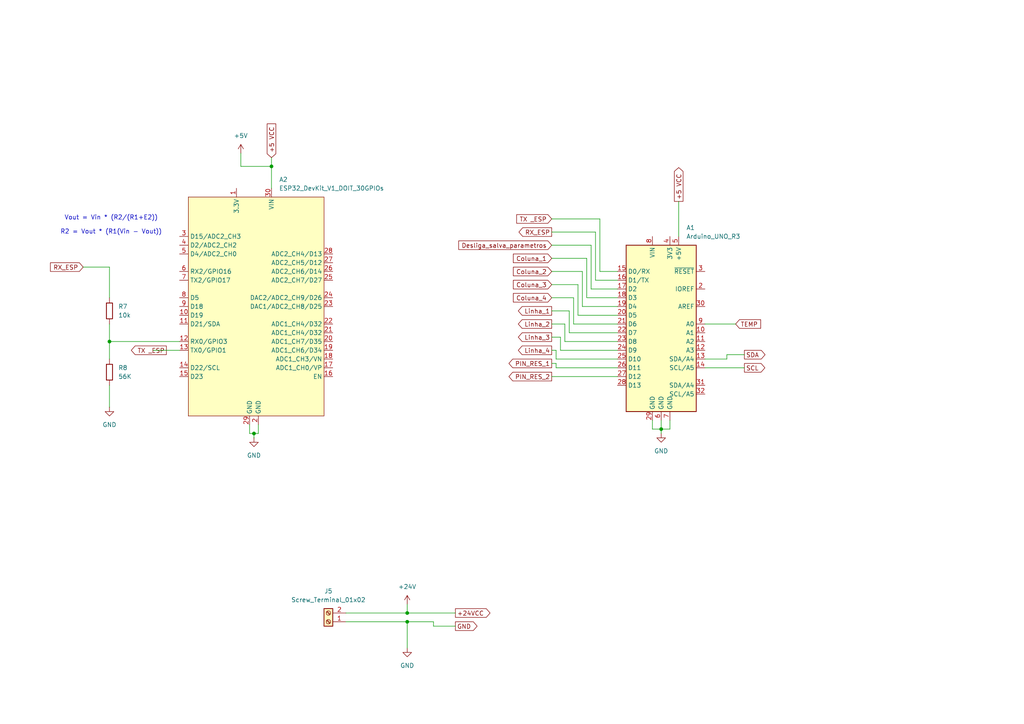
<source format=kicad_sch>
(kicad_sch (version 20231120) (generator "eeschema") (generator_version "8.0")
  (paper "A4")
  (title_block (title "Ligação ao ATMEGA328P") (date "2024-02-25") (rev "1.0") (company "Alex Thomas Valmorbida"))
  (lib_symbols
    (symbol "Connector:Screw_Terminal_01x02" (pin_names (offset 1.016) hide)
      (property "Reference" "J" (at 0 2.54 0))
      (property "Value" "Screw_Terminal_01x02" (at 0 -5.08 0))
      (symbol "Screw_Terminal_01x02_1_1"
        (rectangle (start -1.27 1.27) (end 1.27 -3.81) (stroke (width 0.254)) (fill (type background)))
        (circle (center 0 -2.54) (radius 0.635) (stroke (width 0.1524)))
        (polyline (pts (xy -0.5334 -2.2098) (xy 0.3302 -3.048)) (stroke (width 0.1524)))
        (polyline (pts (xy -0.5334 0.3302) (xy 0.3302 -0.508)) (stroke (width 0.1524)))
        (polyline (pts (xy -0.3556 -2.032) (xy 0.508 -2.8702)) (stroke (width 0.1524)))
        (polyline (pts (xy -0.3556 0.508) (xy 0.508 -0.3302)) (stroke (width 0.1524)))
        (circle (center 0 0) (radius 0.635) (stroke (width 0.1524)))
        (pin passive line (at -5.08 0 0) (length 3.81) (name "Pin_1") (number "1"))
        (pin passive line (at -5.08 -2.54 0) (length 3.81) (name "Pin_2") (number "2"))
      )
    )
    (symbol "MCU_Module:Arduino_UNO_R3"
      (property "Reference" "A" (at -10.16 23.495 0))
      (property "Value" "Arduino_UNO_R3" (at 5.08 -26.67 0))
      (symbol "Arduino_UNO_R3_0_1"
        (rectangle (start -10.16 22.86) (end 10.16 -25.4) (stroke (width 0.254)) (fill (type background)))
      )
      (symbol "Arduino_UNO_R3_1_1"
        (pin no_connect line (at -10.16 -20.32 0) (length 2.54) hide (name "NC") (number "1"))
        (pin bidirectional line (at 12.7 -2.54 180) (length 2.54) (name "A1") (number "10"))
        (pin bidirectional line (at 12.7 -5.08 180) (length 2.54) (name "A2") (number "11"))
        (pin bidirectional line (at 12.7 -7.62 180) (length 2.54) (name "A3") (number "12"))
        (pin bidirectional line (at 12.7 -10.16 180) (length 2.54) (name "SDA/A4") (number "13"))
        (pin bidirectional line (at 12.7 -12.7 180) (length 2.54) (name "SCL/A5") (number "14"))
        (pin bidirectional line (at -12.7 15.24 0) (length 2.54) (name "D0/RX") (number "15"))
        (pin bidirectional line (at -12.7 12.7 0) (length 2.54) (name "D1/TX") (number "16"))
        (pin bidirectional line (at -12.7 10.16 0) (length 2.54) (name "D2") (number "17"))
        (pin bidirectional line (at -12.7 7.62 0) (length 2.54) (name "D3") (number "18"))
        (pin bidirectional line (at -12.7 5.08 0) (length 2.54) (name "D4") (number "19"))
        (pin output line (at 12.7 10.16 180) (length 2.54) (name "IOREF") (number "2"))
        (pin bidirectional line (at -12.7 2.54 0) (length 2.54) (name "D5") (number "20"))
        (pin bidirectional line (at -12.7 0 0) (length 2.54) (name "D6") (number "21"))
        (pin bidirectional line (at -12.7 -2.54 0) (length 2.54) (name "D7") (number "22"))
        (pin bidirectional line (at -12.7 -5.08 0) (length 2.54) (name "D8") (number "23"))
        (pin bidirectional line (at -12.7 -7.62 0) (length 2.54) (name "D9") (number "24"))
        (pin bidirectional line (at -12.7 -10.16 0) (length 2.54) (name "D10") (number "25"))
        (pin bidirectional line (at -12.7 -12.7 0) (length 2.54) (name "D11") (number "26"))
        (pin bidirectional line (at -12.7 -15.24 0) (length 2.54) (name "D12") (number "27"))
        (pin bidirectional line (at -12.7 -17.78 0) (length 2.54) (name "D13") (number "28"))
        (pin power_in line (at -2.54 -27.94 90) (length 2.54) (name "GND") (number "29"))
        (pin input line (at 12.7 15.24 180) (length 2.54) (name "~{RESET}") (number "3"))
        (pin input line (at 12.7 5.08 180) (length 2.54) (name "AREF") (number "30"))
        (pin bidirectional line (at 12.7 -17.78 180) (length 2.54) (name "SDA/A4") (number "31"))
        (pin bidirectional line (at 12.7 -20.32 180) (length 2.54) (name "SCL/A5") (number "32"))
        (pin power_out line (at 2.54 25.4 270) (length 2.54) (name "3V3") (number "4"))
        (pin power_out line (at 5.08 25.4 270) (length 2.54) (name "+5V") (number "5"))
        (pin power_in line (at 0 -27.94 90) (length 2.54) (name "GND") (number "6"))
        (pin power_in line (at 2.54 -27.94 90) (length 2.54) (name "GND") (number "7"))
        (pin power_in line (at -2.54 25.4 270) (length 2.54) (name "VIN") (number "8"))
        (pin bidirectional line (at 12.7 0 180) (length 2.54) (name "A0") (number "9"))
      )
    )
    (symbol "PCM_SL_Development_Board:ESP32_DevKit_V1_DOIT_30GPIOs"
      (property "Reference" "A" (at -11.43 34.29 0))
      (property "Value" "ESP32_DevKit_V1_DOIT_30GPIOs" (at 2.54 -22.86 0))
      (symbol "ESP32_DevKit_V1_DOIT_30GPIOs_0_1"
        (rectangle (start -19.05 33.02) (end 20.32 -30.48) (fill (type background)))
      )
      (symbol "ESP32_DevKit_V1_DOIT_30GPIOs_1_1"
        (pin power_in line (at -5.08 35.56 270) (length 2.54) (name "3.3V") (number "1"))
        (pin bidirectional line (at -21.59 -1.27 0) (length 2.54) (name "D19") (number "10"))
        (pin bidirectional line (at -21.59 -3.81 0) (length 2.54) (name "D21/SDA") (number "11"))
        (pin bidirectional line (at -21.59 -8.89 0) (length 2.54) (name "RX0/GPIO3") (number "12"))
        (pin bidirectional line (at -21.59 -11.43 0) (length 2.54) (name "TX0/GPIO1") (number "13"))
        (pin bidirectional line (at -21.59 -16.51 0) (length 2.54) (name "D22/SCL") (number "14"))
        (pin bidirectional line (at -21.59 -19.05 0) (length 2.54) (name "D23") (number "15"))
        (pin bidirectional line (at 22.86 -19.05 180) (length 2.54) (name "EN") (number "16"))
        (pin bidirectional line (at 22.86 -16.51 180) (length 2.54) (name "ADC1_CH0/VP") (number "17"))
        (pin bidirectional line (at 22.86 -13.97 180) (length 2.54) (name "ADC1_CH3/VN") (number "18"))
        (pin bidirectional line (at 22.86 -11.43 180) (length 2.54) (name "ADC1_CH6/D34") (number "19"))
        (pin power_in line (at 1.27 -33.02 90) (length 2.54) (name "GND") (number "2"))
        (pin bidirectional line (at 22.86 -8.89 180) (length 2.54) (name "ADC1_CH7/D35") (number "20"))
        (pin bidirectional line (at 22.86 -6.35 180) (length 2.54) (name "ADC1_CH4/D32") (number "21"))
        (pin bidirectional line (at 22.86 -3.81 180) (length 2.54) (name "ADC1_CH4/D32") (number "22"))
        (pin bidirectional line (at 22.86 1.27 180) (length 2.54) (name "DAC1/ADC2_CH8/D25") (number "23"))
        (pin bidirectional line (at 22.86 3.81 180) (length 2.54) (name "DAC2/ADC2_CH9/D26") (number "24"))
        (pin bidirectional line (at 22.86 8.89 180) (length 2.54) (name "ADC2_CH7/D27") (number "25"))
        (pin bidirectional line (at 22.86 11.43 180) (length 2.54) (name "ADC2_CH6/D14") (number "26"))
        (pin bidirectional line (at 22.86 13.97 180) (length 2.54) (name "ADC2_CH5/D12") (number "27"))
        (pin bidirectional line (at 22.86 16.51 180) (length 2.54) (name "ADC2_CH4/D13") (number "28"))
        (pin power_in line (at -1.27 -33.02 90) (length 2.54) (name "GND") (number "29"))
        (pin bidirectional line (at -21.59 21.59 0) (length 2.54) (name "D15/ADC2_CH3") (number "3"))
        (pin power_in line (at 5.08 35.56 270) (length 2.54) (name "VIN") (number "30"))
        (pin bidirectional line (at -21.59 19.05 0) (length 2.54) (name "D2/ADC2_CH2") (number "4"))
        (pin bidirectional line (at -21.59 16.51 0) (length 2.54) (name "D4/ADC2_CH0") (number "5"))
        (pin bidirectional line (at -21.59 11.43 0) (length 2.54) (name "RX2/GPIO16") (number "6"))
        (pin bidirectional line (at -21.59 8.89 0) (length 2.54) (name "TX2/GPIO17") (number "7"))
        (pin bidirectional line (at -21.59 3.81 0) (length 2.54) (name "D5") (number "8"))
        (pin bidirectional line (at -21.59 1.27 0) (length 2.54) (name "D18") (number "9"))
      )
    )
    (symbol "PCM_SL_Resistors:Resistor"
      (property "Reference" "R" (at 0 5.08 0))
      (property "Value" "Resistor" (at 0 2.54 0))
      (symbol "Resistor_0_1"
        (rectangle (start -2.286 0.889) (end 2.286 -0.889) (stroke (width 0.24)))
      )
      (symbol "Resistor_1_1"
        (pin passive line (at -3.81 0 0) (length 1.5) (name "") (number "1"))
        (pin passive line (at 3.81 0 180) (length 1.5) (name "~") (number "2"))
      )
    )
    (symbol "power:+24V" (power) (pin_numbers hide) (pin_names (offset 0) hide)
      (property "Value" "+24V" (at 0 3.556 0))
      (symbol "+24V_0_1"
        (polyline (pts (xy -0.762 1.27) (xy 0 2.54)))
        (polyline (pts (xy 0 0) (xy 0 2.54)))
        (polyline (pts (xy 0 2.54) (xy 0.762 1.27)))
      )
      (symbol "+24V_1_1"
        (pin power_in line (at 0 0 90) (length 0) (name "~") (number "1"))
      )
    )
    (symbol "power:+5V" (power) (pin_numbers hide) (pin_names (offset 0) hide)
      (property "Value" "+5V" (at 0 3.556 0))
      (symbol "+5V_0_1"
        (polyline (pts (xy -0.762 1.27) (xy 0 2.54)))
        (polyline (pts (xy 0 0) (xy 0 2.54)))
        (polyline (pts (xy 0 2.54) (xy 0.762 1.27)))
      )
      (symbol "+5V_1_1"
        (pin power_in line (at 0 0 90) (length 0) (name "~") (number "1"))
      )
    )
    (symbol "power:GND" (power) (pin_numbers hide) (pin_names (offset 0) hide)
      (property "Value" "GND" (at 0 -3.81 0))
      (symbol "GND_0_1"
        (polyline (pts (xy 0 0) (xy 0 -1.27) (xy 1.27 -1.27) (xy 0 -2.54) (xy -1.27 -1.27) (xy 0 -1.27)))
      )
      (symbol "GND_1_1"
        (pin power_in line (at 0 0 270) (length 0) (name "~") (number "1"))
      )
    )
  )
  (junction (at 78.74 48.26))
  (junction (at 31.75 99.06))
  (junction (at 118.11 177.8))
  (junction (at 118.11 180.34))
  (junction (at 73.66 125.73))
  (junction (at 191.77 124.46))
  (wire (pts (xy 173.99 78.74) (xy 173.99 63.5)))
  (wire (pts (xy 118.11 177.8) (xy 132.08 177.8)))
  (wire (pts (xy 162.56 101.6) (xy 162.56 97.79)))
  (wire (pts (xy 74.93 123.19) (xy 74.93 125.73)))
  (wire (pts (xy 168.91 88.9) (xy 168.91 78.74)))
  (wire (pts (xy 204.47 93.98) (xy 213.36 93.98)))
  (wire (pts (xy 78.74 48.26) (xy 78.74 54.61)))
  (wire (pts (xy 179.07 81.28) (xy 172.72 81.28)))
  (wire (pts (xy 44.45 101.6) (xy 52.07 101.6)))
  (wire (pts (xy 166.37 93.98) (xy 166.37 86.36)))
  (wire (pts (xy 194.31 121.92) (xy 194.31 124.46)))
  (wire (pts (xy 31.75 99.06) (xy 31.75 104.14)))
  (wire (pts (xy 165.1 90.17) (xy 160.02 90.17)))
  (wire (pts (xy 179.07 104.14) (xy 161.29 104.14)))
  (wire (pts (xy 168.91 78.74) (xy 160.02 78.74)))
  (wire (pts (xy 161.29 106.68) (xy 179.07 106.68)))
  (wire (pts (xy 179.07 86.36) (xy 170.18 86.36)))
  (wire (pts (xy 179.07 78.74) (xy 173.99 78.74)))
  (wire (pts (xy 171.45 71.12) (xy 160.02 71.12)))
  (wire (pts (xy 196.85 58.42) (xy 196.85 68.58)))
  (wire (pts (xy 179.07 88.9) (xy 168.91 88.9)))
  (wire (pts (xy 173.99 63.5) (xy 160.02 63.5)))
  (wire (pts (xy 179.07 99.06) (xy 163.83 99.06)))
  (wire (pts (xy 24.13 77.47) (xy 31.75 77.47)))
  (wire (pts (xy 31.75 77.47) (xy 31.75 86.36)))
  (wire (pts (xy 210.82 104.14) (xy 210.82 102.87)))
  (wire (pts (xy 210.82 102.87) (xy 215.9 102.87)))
  (wire (pts (xy 31.75 111.76) (xy 31.75 118.11)))
  (wire (pts (xy 170.18 74.93) (xy 160.02 74.93)))
  (wire (pts (xy 166.37 86.36) (xy 160.02 86.36)))
  (wire (pts (xy 189.23 121.92) (xy 189.23 124.46)))
  (wire (pts (xy 171.45 83.82) (xy 171.45 71.12)))
  (wire (pts (xy 31.75 93.98) (xy 31.75 99.06)))
  (wire (pts (xy 179.07 91.44) (xy 167.64 91.44)))
  (wire (pts (xy 78.74 45.72) (xy 78.74 48.26)))
  (wire (pts (xy 69.85 48.26) (xy 78.74 48.26)))
  (wire (pts (xy 73.66 125.73) (xy 73.66 127)))
  (wire (pts (xy 125.73 181.61) (xy 125.73 180.34)))
  (wire (pts (xy 118.11 175.26) (xy 118.11 177.8)))
  (wire (pts (xy 118.11 180.34) (xy 100.33 180.34)))
  (wire (pts (xy 189.23 124.46) (xy 191.77 124.46)))
  (wire (pts (xy 167.64 91.44) (xy 167.64 82.55)))
  (wire (pts (xy 167.64 82.55) (xy 160.02 82.55)))
  (wire (pts (xy 172.72 81.28) (xy 172.72 67.31)))
  (wire (pts (xy 125.73 180.34) (xy 118.11 180.34)))
  (wire (pts (xy 163.83 93.98) (xy 160.02 93.98)))
  (wire (pts (xy 72.39 123.19) (xy 72.39 125.73)))
  (wire (pts (xy 125.73 181.61) (xy 132.08 181.61)))
  (wire (pts (xy 72.39 125.73) (xy 73.66 125.73)))
  (wire (pts (xy 69.85 44.45) (xy 69.85 48.26)))
  (wire (pts (xy 163.83 99.06) (xy 163.83 93.98)))
  (wire (pts (xy 161.29 104.14) (xy 161.29 101.6)))
  (wire (pts (xy 191.77 121.92) (xy 191.77 124.46)))
  (wire (pts (xy 172.72 67.31) (xy 160.02 67.31)))
  (wire (pts (xy 179.07 96.52) (xy 165.1 96.52)))
  (wire (pts (xy 100.33 177.8) (xy 118.11 177.8)))
  (wire (pts (xy 161.29 106.68) (xy 161.29 105.41)))
  (wire (pts (xy 179.07 101.6) (xy 162.56 101.6)))
  (wire (pts (xy 191.77 124.46) (xy 191.77 125.73)))
  (wire (pts (xy 170.18 86.36) (xy 170.18 74.93)))
  (wire (pts (xy 179.07 93.98) (xy 166.37 93.98)))
  (wire (pts (xy 162.56 97.79) (xy 160.02 97.79)))
  (wire (pts (xy 179.07 83.82) (xy 171.45 83.82)))
  (wire (pts (xy 31.75 99.06) (xy 52.07 99.06)))
  (wire (pts (xy 204.47 106.68) (xy 215.9 106.68)))
  (wire (pts (xy 118.11 187.96) (xy 118.11 180.34)))
  (wire (pts (xy 191.77 124.46) (xy 194.31 124.46)))
  (wire (pts (xy 161.29 101.6) (xy 160.02 101.6)))
  (wire (pts (xy 73.66 125.73) (xy 74.93 125.73)))
  (wire (pts (xy 165.1 96.52) (xy 165.1 90.17)))
  (wire (pts (xy 204.47 104.14) (xy 210.82 104.14)))
  (wire (pts (xy 160.02 109.22) (xy 179.07 109.22)))
  (wire (pts (xy 161.29 105.41) (xy 160.02 105.41)))
  (text "Vout = Vin * (R2/(R1+E2))\n\nR2 = Vout * (R1(Vin - Vout))" (at 32.258 65.278 0) (effects (font (size 1.27 1.27))))
  (global_label "RX_ESP" (shape input) (at 24.13 77.47 180) (property "Intersheetrefs" "${INTERSHEET_REFS}" (effects (hide yes))))
  (global_label "SDA" (shape output) (at 215.9 102.87 0) (property "Intersheetrefs" "${INTERSHEET_REFS}" (effects (hide yes))))
  (global_label "Linha_2" (shape output) (at 160.02 93.98 180) (property "Intersheetrefs" "${INTERSHEET_REFS}" (effects (hide yes))))
  (global_label "Coluna_4" (shape input) (at 160.02 86.36 180) (property "Intersheetrefs" "${INTERSHEET_REFS}" (effects (hide yes))))
  (global_label "TX _ESP" (shape input) (at 160.02 63.5 180) (property "Intersheetrefs" "${INTERSHEET_REFS}" (effects (hide yes))))
  (global_label "Coluna_2" (shape input) (at 160.02 78.74 180) (property "Intersheetrefs" "${INTERSHEET_REFS}" (effects (hide yes))))
  (global_label "PIN_RES_2" (shape output) (at 160.02 109.22 180) (property "Intersheetrefs" "${INTERSHEET_REFS}" (effects (hide yes))) (property "Referências entre as folhas" "${INTERSHEET_REFS}" (effects (hide yes))))
  (global_label "Desliga_salva_parametros" (shape input) (at 160.02 71.12 180) (property "Intersheetrefs" "${INTERSHEET_REFS}" (effects (hide yes))))
  (global_label "Linha_3" (shape output) (at 160.02 97.79 180) (property "Intersheetrefs" "${INTERSHEET_REFS}" (effects (hide yes))))
  (global_label "PIN_RES_1" (shape output) (at 160.02 105.41 180) (property "Intersheetrefs" "${INTERSHEET_REFS}" (effects (hide yes))) (property "Referências entre as folhas" "${INTERSHEET_REFS}" (effects (hide yes))))
  (global_label "TX _ESP" (shape output) (at 48.26 101.6 180) (property "Intersheetrefs" "${INTERSHEET_REFS}" (effects (hide yes))))
  (global_label "+24VCC" (shape output) (at 132.08 177.8 0) (property "Intersheetrefs" "${INTERSHEET_REFS}" (effects (hide yes))) (property "Referências entre as folhas" "${INTERSHEET_REFS}" (effects (hide yes))))
  (global_label "GND" (shape output) (at 132.08 181.61 0) (property "Intersheetrefs" "${INTERSHEET_REFS}" (effects (hide yes))))
  (global_label "Coluna_1" (shape input) (at 160.02 74.93 180) (property "Intersheetrefs" "${INTERSHEET_REFS}" (effects (hide yes))))
  (global_label "Linha_4" (shape output) (at 160.02 101.6 180) (property "Intersheetrefs" "${INTERSHEET_REFS}" (effects (hide yes))))
  (global_label "SCL" (shape output) (at 215.9 106.68 0) (property "Intersheetrefs" "${INTERSHEET_REFS}" (effects (hide yes))))
  (global_label "TEMP" (shape input) (at 213.36 93.98 0) (property "Intersheetrefs" "${INTERSHEET_REFS}" (effects (hide yes))) (property "Referências entre as folhas" "${INTERSHEET_REFS}" (effects (hide yes))))
  (global_label "Coluna_3" (shape input) (at 160.02 82.55 180) (property "Intersheetrefs" "${INTERSHEET_REFS}" (effects (hide yes))))
  (global_label "Linha_1" (shape output) (at 160.02 90.17 180) (property "Intersheetrefs" "${INTERSHEET_REFS}" (effects (hide yes))))
  (global_label "RX_ESP" (shape output) (at 160.02 67.31 180) (property "Intersheetrefs" "${INTERSHEET_REFS}" (effects (hide yes))))
  (global_label "+5 VCC" (shape output) (at 196.85 58.42 90) (property "Intersheetrefs" "${INTERSHEET_REFS}" (effects (hide yes))))
  (global_label "+5 VCC" (shape input) (at 78.74 45.72 90) (property "Intersheetrefs" "${INTERSHEET_REFS}" (effects (hide yes))))
  (symbol (lib_id "MCU_Module:Arduino_UNO_R3") (at 191.77 93.98 0) (unit 1)
    (property "Reference" "A1" (at 199.0441 66.04 0) (effects (justify left)))
    (property "Value" "Arduino_UNO_R3" (at 199.0441 68.58 0) (effects (justify left)))
    (property "Footprint" "Module:Arduino_UNO_R3" (effects (hide yes)))
    (property "Datasheet" "https://www.arduino.cc/en/Main/arduinoBoardUno" (effects (hide yes)))
    (property "Description" "Arduino UNO Microcontroller Module, release 3" (effects (hide yes)))
  )
  (symbol (lib_id "power:GND") (at 73.66 127 0) (unit 1)
    (property "Reference" "#PWR020" (effects (hide yes)))
    (property "Value" "GND" (at 73.66 132.08 0))
    (property "Description" "Power symbol creates a global label with name \"GND\" , ground" (effects (hide yes)))
  )
  (symbol (lib_id "power:GND") (at 118.11 187.96 0) (unit 1)
    (property "Reference" "#PWR015" (effects (hide yes)))
    (property "Value" "GND" (at 118.11 193.04 0))
    (property "Description" "Power symbol creates a global label with name \"GND\" , ground" (effects (hide yes)))
  )
  (symbol (lib_id "power:GND") (at 31.75 118.11 0) (unit 1)
    (property "Reference" "#PWR035" (effects (hide yes)))
    (property "Value" "GND" (at 31.75 123.19 0))
    (property "Description" "Power symbol creates a global label with name \"GND\" , ground" (effects (hide yes)))
  )
  (symbol (lib_id "power:GND") (at 191.77 125.73 0) (unit 1)
    (property "Reference" "#PWR01" (effects (hide yes)))
    (property "Value" "GND" (at 191.77 130.81 0))
    (property "Description" "Power symbol creates a global label with name \"GND\" , ground" (effects (hide yes)))
  )
  (symbol (lib_id "power:+5V") (at 69.85 44.45 0) (unit 1)
    (property "Reference" "#PWR016" (effects (hide yes)))
    (property "Value" "+5V" (at 69.85 39.37 0))
    (property "Description" "Power symbol creates a global label with name \"+5V\"" (effects (hide yes)))
  )
  (symbol (lib_id "PCM_SL_Resistors:Resistor") (at 31.75 107.95 90) (unit 1)
    (property "Reference" "R8" (at 34.29 106.6799 90) (effects (justify right)))
    (property "Value" "56K" (at 34.29 109.2199 90) (effects (justify right)))
    (property "Footprint" "Resistor_THT:R_Axial_DIN0207_L6.3mm_D2.5mm_P10.16mm_Horizontal" (effects (hide yes)))
    (property "Description" "1/4W Resistor" (effects (hide yes)))
  )
  (symbol (lib_id "PCM_SL_Development_Board:ESP32_DevKit_V1_DOIT_30GPIOs") (at 73.66 90.17 0) (unit 1)
    (property "Reference" "A2" (at 80.9341 52.07 0) (effects (justify left)))
    (property "Value" "ESP32_DevKit_V1_DOIT_30GPIOs" (at 80.9341 54.61 0) (effects (justify left)))
    (property "Footprint" "PCM_SL_Development_Boards:DOIT_ESP32_DEVKIT_30Pins" (effects (hide yes)))
    (property "Description" "Microcontroller module with ESP32 MCU, WiFi and Bluetooth" (effects (hide yes)))
  )
  (symbol (lib_id "PCM_SL_Resistors:Resistor") (at 31.75 90.17 90) (unit 1)
    (property "Reference" "R7" (at 34.29 88.8999 90) (effects (justify right)))
    (property "Value" "10k" (at 34.29 91.4399 90) (effects (justify right)))
    (property "Footprint" "Resistor_THT:R_Axial_DIN0207_L6.3mm_D2.5mm_P10.16mm_Horizontal" (effects (hide yes)))
    (property "Description" "1/4W Resistor" (effects (hide yes)))
  )
  (symbol (lib_id "Connector:Screw_Terminal_01x02") (at 95.25 180.34 180) (unit 1)
    (property "Reference" "J5" (at 95.25 171.45 0))
    (property "Value" "Screw_Terminal_01x02" (at 95.25 173.99 0))
    (property "Footprint" "TerminalBlock_MetzConnect:TerminalBlock_MetzConnect_Type101_RT01602HBWC_1x02_P5.08mm_Horizontal" (effects (hide yes)))
    (property "Description" "Generic screw terminal, single row, 01x02, script generated (kicad-library-utils/schlib/autogen/connector/)" (effects (hide yes)))
  )
  (symbol (lib_id "power:+24V") (at 118.11 175.26 0) (unit 1)
    (property "Reference" "#PWR014" (effects (hide yes)))
    (property "Value" "+24V" (at 118.11 170.18 0))
    (property "Description" "Power symbol creates a global label with name \"+24V\"" (effects (hide yes)))
  )
  (sheet (at -1.27 -21.59) (size 35.56 15.24) (stroke (width 0.1524))
    (property "Sheetname" "Potencia" (at -1.27 -22.3016 0) (effects (justify left bottom)))
    (property "Sheetfile" "potencia.kicad_sch" (at -1.27 -5.7654 0) (effects (justify left top)))
  )
  (sheet (at 85.09 -21.59) (size 27.94 15.24) (stroke (width 0.1524))
    (property "Sheetname" "Teclado" (at 85.09 -22.3016 0) (effects (justify left bottom)))
    (property "Sheetfile" "Teclado.kicad_sch" (at 85.09 -5.7654 0) (effects (justify left top)))
  )
  (sheet (at 39.37 -21.59) (size 31.75 15.24) (stroke (width 0.1524))
    (property "Sheetname" "interface_usuario" (at 39.37 -22.3016 0) (effects (justify left bottom)))
    (property "Sheetfile" "interface_usuario.kicad_sch" (at 39.37 -5.7654 0) (effects (justify left top)))
  )
  (sheet (at 209.55 -22.86) (size 30.48 16.51) (stroke (width 0.1524))
    (property "Sheetname" "Conectores_arduino" (at 209.55 -23.5716 0) (effects (justify left bottom)))
    (property "Sheetfile" "conectores_arduino.kicad_sch" (at 209.55 -5.7654 0) (effects (justify left top)))
  )
  (sheet (at 124.46 -21.59) (size 30.48 15.24) (stroke (width 0.1524))
    (property "Sheetname" "LCD" (at 124.46 -22.3016 0) (effects (justify left bottom)))
    (property "Sheetfile" "LCD.kicad_sch" (at 124.46 -5.7654 0) (effects (justify left top)))
  )
  (sheet (at 166.37 -21.59) (size 27.94 15.24) (stroke (width 0.1524))
    (property "Sheetname" "Sensor_Temperatura" (at 166.37 -22.3016 0) (effects (justify left bottom)))
    (property "Sheetfile" "Sensor_Temperatura.kicad_sch" (at 166.37 -5.7654 0) (effects (justify left top)))
  )
  (sheet (at 252.73 -22.86) (size 30.48 16.51) (stroke (width 0.1524))
    (property "Sheetname" "conectores_esp" (at 252.73 -23.5716 0) (effects (justify left bottom)))
    (property "Sheetfile" "conectores_esp.kicad_sch" (at 252.73 -5.7654 0) (effects (justify left top)))
  )
)
</source>
